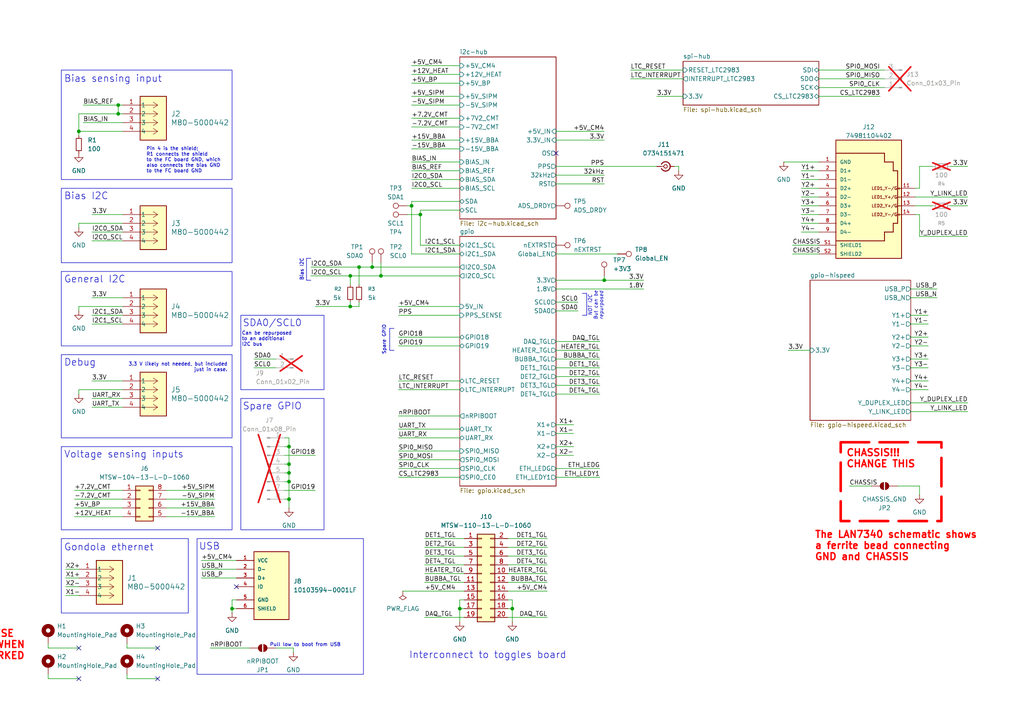
<source format=kicad_sch>
(kicad_sch (version 20250114) (generator "eeschema") (generator_version "9.0")
  (paper "A4")
  (title_block (title "Flight Computer Carrier") (date "2025-12-08") (rev "0.1"))
  (lib_symbols
    (symbol "Connector:Conn_01x02_Pin" (pin_names (offset 1.016) (hide yes))
      (property "Reference" "J" (at 0 2.54 0))
      (property "Value" "Conn_01x02_Pin" (at 0 -5.08 0))
      (symbol "Conn_01x02_Pin_1_1"
        (pin passive line (at 5.08 0 180) (length 3.81) (name "Pin_1") (number "1"))
        (pin passive line (at 5.08 -2.54 180) (length 3.81) (name "Pin_2") (number "2"))
      )
    )
    (symbol "Connector:Conn_01x03_Pin" (pin_names (offset 1.016) (hide yes))
      (property "Reference" "J" (at 0 5.08 0))
      (property "Value" "Conn_01x03_Pin" (at 0 -5.08 0))
      (symbol "Conn_01x03_Pin_1_1"
        (pin passive line (at 5.08 2.54 180) (length 3.81) (name "Pin_1") (number "1"))
        (pin passive line (at 5.08 0 180) (length 3.81) (name "Pin_2") (number "2"))
        (pin passive line (at 5.08 -2.54 180) (length 3.81) (name "Pin_3") (number "3"))
      )
    )
    (symbol "Connector:Conn_01x08_Pin" (pin_names (offset 1.016) (hide yes))
      (property "Reference" "J" (at 0 10.16 0))
      (property "Value" "Conn_01x08_Pin" (at 0 -12.7 0))
      (symbol "Conn_01x08_Pin_1_1"
        (pin passive line (at 5.08 7.62 180) (length 3.81) (name "Pin_1") (number "1"))
        (pin passive line (at 5.08 5.08 180) (length 3.81) (name "Pin_2") (number "2"))
        (pin passive line (at 5.08 2.54 180) (length 3.81) (name "Pin_3") (number "3"))
        (pin passive line (at 5.08 0 180) (length 3.81) (name "Pin_4") (number "4"))
        (pin passive line (at 5.08 -2.54 180) (length 3.81) (name "Pin_5") (number "5"))
        (pin passive line (at 5.08 -5.08 180) (length 3.81) (name "Pin_6") (number "6"))
        (pin passive line (at 5.08 -7.62 180) (length 3.81) (name "Pin_7") (number "7"))
        (pin passive line (at 5.08 -10.16 180) (length 3.81) (name "Pin_8") (number "8"))
      )
    )
    (symbol "Connector:Conn_Coaxial_Small" (pin_numbers (hide yes)) (pin_names (offset 1.016) (hide yes))
      (property "Reference" "J" (at 0.254 3.048 0))
      (property "Value" "Conn_Coaxial_Small" (at 0 -3.81 0))
      (symbol "Conn_Coaxial_Small_1_1"
        (pin passive line (at -2.54 0 0) (length 1.27) (name "In") (number "1"))
        (pin passive line (at 2.54 0 180) (length 1.27) (name "Ext") (number "2"))
      )
    )
    (symbol "Connector_Generic:Conn_02x04_Counter_Clockwise" (pin_names (offset 1.016) (hide yes))
      (property "Reference" "J" (at 1.27 5.08 0))
      (property "Value" "Conn_02x04_Counter_Clockwise" (at 1.27 -7.62 0))
      (symbol "Conn_02x04_Counter_Clockwise_1_1"
        (pin passive line (at -5.08 2.54 0) (length 3.81) (name "Pin_1") (number "1"))
        (pin passive line (at -5.08 0 0) (length 3.81) (name "Pin_2") (number "2"))
        (pin passive line (at -5.08 -2.54 0) (length 3.81) (name "Pin_3") (number "3"))
        (pin passive line (at -5.08 -5.08 0) (length 3.81) (name "Pin_4") (number "4"))
        (pin passive line (at 7.62 2.54 180) (length 3.81) (name "Pin_8") (number "8"))
        (pin passive line (at 7.62 0 180) (length 3.81) (name "Pin_7") (number "7"))
        (pin passive line (at 7.62 -2.54 180) (length 3.81) (name "Pin_6") (number "6"))
        (pin passive line (at 7.62 -5.08 180) (length 3.81) (name "Pin_5") (number "5"))
      )
    )
    (symbol "Connector_Generic:Conn_02x10_Odd_Even" (pin_names (offset 1.016) (hide yes))
      (property "Reference" "J" (at 1.27 12.7 0))
      (property "Value" "Conn_02x10_Odd_Even" (at 1.27 -15.24 0))
      (symbol "Conn_02x10_Odd_Even_1_1"
        (pin passive line (at -5.08 10.16 0) (length 3.81) (name "Pin_1") (number "1"))
        (pin passive line (at -5.08 7.62 0) (length 3.81) (name "Pin_3") (number "3"))
        (pin passive line (at -5.08 5.08 0) (length 3.81) (name "Pin_5") (number "5"))
        (pin passive line (at -5.08 2.54 0) (length 3.81) (name "Pin_7") (number "7"))
        (pin passive line (at -5.08 0 0) (length 3.81) (name "Pin_9") (number "9"))
        (pin passive line (at -5.08 -2.54 0) (length 3.81) (name "Pin_11") (number "11"))
        (pin passive line (at -5.08 -5.08 0) (length 3.81) (name "Pin_13") (number "13"))
        (pin passive line (at -5.08 -7.62 0) (length 3.81) (name "Pin_15") (number "15"))
        (pin passive line (at -5.08 -10.16 0) (length 3.81) (name "Pin_17") (number "17"))
        (pin passive line (at -5.08 -12.7 0) (length 3.81) (name "Pin_19") (number "19"))
        (pin passive line (at 7.62 10.16 180) (length 3.81) (name "Pin_2") (number "2"))
        (pin passive line (at 7.62 7.62 180) (length 3.81) (name "Pin_4") (number "4"))
        (pin passive line (at 7.62 5.08 180) (length 3.81) (name "Pin_6") (number "6"))
        (pin passive line (at 7.62 2.54 180) (length 3.81) (name "Pin_8") (number "8"))
        (pin passive line (at 7.62 0 180) (length 3.81) (name "Pin_10") (number "10"))
        (pin passive line (at 7.62 -2.54 180) (length 3.81) (name "Pin_12") (number "12"))
        (pin passive line (at 7.62 -5.08 180) (length 3.81) (name "Pin_14") (number "14"))
        (pin passive line (at 7.62 -7.62 180) (length 3.81) (name "Pin_16") (number "16"))
        (pin passive line (at 7.62 -10.16 180) (length 3.81) (name "Pin_18") (number "18"))
        (pin passive line (at 7.62 -12.7 180) (length 3.81) (name "Pin_20") (number "20"))
      )
    )
    (symbol "Device:R_Small" (pin_numbers (hide yes)) (pin_names (offset 0.254) (hide yes))
      (property "Reference" "R" (at 0 0 90))
      (property "Value" "R_Small" (at 1.778 0 90))
      (symbol "R_Small_1_1"
        (pin passive line (at 0 2.54 270) (length 0.762) (name "~") (number "1"))
        (pin passive line (at 0 -2.54 90) (length 0.762) (name "~") (number "2"))
      )
    )
    (symbol "Jumper:SolderJumper_2_Open" (pin_numbers (hide yes)) (pin_names (offset 0) (hide yes)) (in_bom no)
      (property "Reference" "JP" (at 0 2.032 0))
      (property "Value" "SolderJumper_2_Open" (at 0 -2.54 0))
      (symbol "SolderJumper_2_Open_1_1"
        (pin passive line (at -3.81 0 0) (length 2.54) (name "A") (number "1"))
        (pin passive line (at 3.81 0 180) (length 2.54) (name "B") (number "2"))
      )
    )
    (symbol "MountingHole_Pad_1" (pin_numbers (hide yes)) (pin_names (offset 1.016) (hide yes)) (in_bom no)
      (property "Reference" "H" (at 0 6.35 0))
      (property "Value" "MountingHole_Pad" (at 0 4.445 0))
      (symbol "MountingHole_Pad_1_1_1"
        (pin input line (at 0 -2.54 90) (length 2.54) (name "1") (number "1"))
      )
    )
    (symbol "fc-board:10103594-0001LF" (pin_names (offset 1.016))
      (property "Reference" "J" (at 0 11.176 0))
      (property "Value" "10103594-0001LF" (at 0 -12.192 0))
      (symbol "10103594-0001LF_0_0"
        (pin power_in line (at -10.16 7.62 0) (length 5.08) (name "VCC") (number "1"))
        (pin bidirectional line (at -10.16 5.08 0) (length 5.08) (name "D-") (number "2"))
        (pin bidirectional line (at -10.16 2.54 0) (length 5.08) (name "D+") (number "3"))
        (pin bidirectional line (at -10.16 0 0) (length 5.08) (name "ID") (number "4"))
        (pin power_in line (at -10.16 -3.81 0) (length 5.08) (name "GND") (number "5"))
        (pin passive line (at -10.16 -6.35 0) (length 5.08) (name "SHIELD") (number "6"))
      )
    )
    (symbol "fc-board:74981104402" (pin_names (offset 1.016))
      (property "Reference" "J" (at 0 17.018 0))
      (property "Value" "74981104402" (at 0 19.558 0))
      (symbol "74981104402_0_0"
        (text "LED1_Y-/G+" (at 2.54 2.54 0) (effects (font (size 0.8636 0.8636)) (justify left)))
        (text "LED1_Y+/G-" (at 2.54 0 0) (effects (font (size 0.8636 0.8636)) (justify left)))
        (text "LED2_Y+/G-" (at 2.54 -2.54 0) (effects (font (size 0.8636 0.8636)) (justify left)))
        (text "LED2_Y-/G+" (at 2.54 -5.08 0) (effects (font (size 0.8636 0.8636)) (justify left)))
        (pin passive line (at -12.7 10.16 0) (length 5.08) (name "GND") (number "1"))
        (pin passive line (at -12.7 7.62 0) (length 5.08) (name "D1+") (number "2"))
        (pin passive line (at -12.7 5.08 0) (length 5.08) (name "D1-") (number "3"))
        (pin passive line (at -12.7 2.54 0) (length 5.08) (name "D2+") (number "4"))
        (pin passive line (at -12.7 0 0) (length 5.08) (name "D2-") (number "5"))
        (pin passive line (at -12.7 -2.54 0) (length 5.08) (name "D3+") (number "6"))
        (pin passive line (at -12.7 -5.08 0) (length 5.08) (name "D3-") (number "7"))
        (pin passive line (at -12.7 -7.62 0) (length 5.08) (name "D4+") (number "8"))
        (pin passive line (at -12.7 -10.16 0) (length 5.08) (name "D4-") (number "9"))
        (pin passive line (at -12.7 -13.97 0) (length 5.08) (name "SHIELD1") (number "S1"))
        (pin passive line (at -12.7 -16.51 0) (length 5.08) (name "SHIELD2") (number "S2"))
        (pin passive line (at 15.24 2.54 180) (length 5.08) (name "~") (number "11"))
        (pin passive line (at 15.24 0 180) (length 5.08) (name "~") (number "12"))
        (pin passive line (at 15.24 -2.54 180) (length 5.08) (name "~") (number "13"))
        (pin passive line (at 15.24 -5.08 180) (length 5.08) (name "~") (number "14"))
      )
      (symbol "74981104402_1_0"
        (pin no_connect line (at 2.54 -22.86 90) (length 5.08) (hide yes) (name "NC") (number "10"))
      )
    )
    (symbol "fc-board:M80-5000442" (pin_names (offset 0.254))
      (property "Reference" "J" (at 8.89 6.35 0))
      (property "Value" "M80-5000442" (at 8.89 3.81 0))
      (symbol "M80-5000442_1_1"
        (pin passive line (at 0 0 0) (length 5.08) (name "1") (number "1"))
        (pin passive line (at 0 -2.54 0) (length 5.08) (name "2") (number "2"))
        (pin passive line (at 0 -5.08 0) (length 5.08) (name "3") (number "3"))
        (pin passive line (at 0 -7.62 0) (length 5.08) (name "4") (number "4"))
        (pin no_connect line (at 7.62 -12.7 90) (length 2.54) (hide yes) (name "5") (number "5"))
        (pin no_connect line (at 10.16 -12.7 90) (length 2.54) (hide yes) (name "6") (number "6"))
      )
      (symbol "M80-5000442_1_2"
        (pin unspecified line (at 0 0 0) (length 5.08) (name "1") (number "1"))
        (pin unspecified line (at 0 -2.54 0) (length 5.08) (name "2") (number "2"))
        (pin unspecified line (at 0 -5.08 0) (length 5.08) (name "3") (number "3"))
        (pin unspecified line (at 0 -7.62 0) (length 5.08) (name "4") (number "4"))
      )
    )
    (symbol "fc-board:TestPoint" (pin_numbers (hide yes)) (pin_names (offset 0.762) (hide yes)) (in_bom no)
      (property "Reference" "TP" (at 0 6.858 0))
      (property "Value" "TestPoint" (at 0 5.08 0))
      (symbol "TestPoint_1_1"
        (pin passive line (at 0 0 90) (length 2.54) (name "1") (number "1"))
      )
    )
    (symbol "power:GND" (power) (pin_numbers (hide yes)) (pin_names (offset 0) (hide yes))
      (property "Value" "GND" (at 0 -3.81 0))
      (symbol "GND_1_1"
        (pin power_in line (at 0 0 270) (length 0) (name "~") (number "1"))
      )
    )
    (symbol "power:PWR_FLAG" (power) (pin_numbers (hide yes)) (pin_names (offset 0) (hide yes))
      (property "Value" "PWR_FLAG" (at 0 3.81 0))
      (symbol "PWR_FLAG_0_0"
        (pin power_out line (at 0 0 90) (length 0) (name "~") (number "1"))
      )
    )
  )
  (rectangle (start 69.85 115.57) (end 93.98 153.67))
  (rectangle (start 17.78 78.74) (end 67.31 100.33))
  (rectangle (start 17.78 54.61) (end 67.31 76.2))
  (rectangle (start 17.78 156.21) (end 54.61 177.8))
  (rectangle (start 17.78 129.54) (end 67.31 153.67))
  (rectangle (start 17.78 20.32) (end 67.31 52.07))
  (rectangle (start 17.78 102.87) (end 67.31 127))
  (rectangle (start 57.15 156.21) (end 105.41 195.58))
  (rectangle (start 243.84 128.27) (end 273.05 151.13) (stroke (width 0.75) (type dash) (color 255 0 0 1)))
  (rectangle (start 69.85 91.44) (end 93.98 113.03))
  (text "SDA0/SCL0" (at 70.358 94.996 0) (effects (font (size 2 2)) (justify left bottom)))
  (text "CHASSIS!!!\nCHANGE THIS" (at 245.364 135.89 0) (effects (font (size 2 2) (thickness 0.4) (bold yes)) (justify left bottom)))
  (text "CONNECT THESE\nTO CHASSIS WHEN\nBOARD REWORKED" (at -20.574 191.516 0) (effects (font (size 2 2) (thickness 0.4) (bold yes)) (justify left bottom)))
  (text "Bias I2C" (at 18.542 58.166 0) (effects (font (size 2 2)) (justify left bottom)))
  (text "USB" (at 57.658 159.766 0) (effects (font (size 2 2)) (justify left bottom)))
  (text "General I2C" (at 18.542 82.296 0) (effects (font (size 2 2)) (justify left bottom)))
  (text "NOT I2C\nBut can be\nrepurposed" (at 175.006 88.646 90) (effects (font (size 1 1) (thickness 0.125) (italic yes)) (justify bottom)))
  (text "Gondola ethernet" (at 18.542 160.02 0) (effects (font (size 2 2)) (justify left bottom)))
  (text "Pin 4 is the shield;\nR1 connects the shield\nto the FC board GND, which\nalso connects the bias GND\nto the FC board GND" (at 42.418 50.292 0) (effects (font (size 1 1)) (justify left bottom)))
  (text "Voltage sensing inputs" (at 18.542 133.096 0) (effects (font (size 2 2)) (justify left bottom)))
  (text "Decoupling capacitors for power input?" (at 305.054 24.638 0) (effects (font (size 2 2)) (justify left bottom)))
  (text "Spare GPIO" (at 70.358 119.126 0) (effects (font (size 2 2)) (justify left bottom)))
  (text "The LAN7340 schematic shows\na ferrite bead connecting\nGND and CHASSIS" (at 236.22 162.814 0) (effects (font (size 2 2) (thickness 0.4) (bold yes)) (justify left bottom)))
  (text "Debug" (at 18.542 106.426 0) (effects (font (size 2 2)) (justify left bottom)))
  (text "Spare GPIO" (at 112.014 94.234 90) (effects (font (size 1 1)) (justify right bottom)))
  (text "Can be repurposed\nto an additional\nI2C bus" (at 70.104 100.584 0) (effects (font (size 1 1)) (justify left bottom)))
  (text "3.3 V likely not needed, but included\njust in case." (at 66.04 107.95 0) (effects (font (size 1 1)) (justify right bottom)))
  (text "Interconnect to toggles board" (at 141.478 191.262 0) (effects (font (size 2 2)) (justify bottom)))
  (text "Bias sensing input" (at 18.542 24.13 0) (effects (font (size 2 2)) (justify left bottom)))
  (text "Bias I2C" (at 88.138 74.93 90) (effects (font (size 1 1)) (justify right bottom)))
  (text "Pull low to boot from USB" (at 78.232 187.706 0) (effects (font (size 1 1)) (justify left bottom)))
  (junction (at 83.82 134.62))
  (junction (at 83.82 137.16))
  (junction (at 121.92 62.23))
  (junction (at 22.86 38.1))
  (junction (at 101.6 88.9))
  (junction (at 34.29 33.02))
  (junction (at 175.26 81.28))
  (junction (at 101.6 80.01))
  (junction (at 119.38 59.69))
  (junction (at 83.82 139.7))
  (junction (at 83.82 129.54))
  (junction (at 83.82 144.78))
  (junction (at 34.29 30.48))
  (junction (at 148.59 176.53))
  (junction (at 104.14 77.47))
  (junction (at 133.35 176.53))
  (junction (at 67.31 176.53))
  (junction (at 107.95 77.47))
  (junction (at 110.49 80.01))
  (no_connect (at 161.29 44.45))
  (no_connect (at 22.86 187.96))
  (no_connect (at 22.86 196.85))
  (no_connect (at 45.72 187.96))
  (no_connect (at 45.72 196.85))
  (no_connect (at 68.58 170.18))
  (wire (pts (xy 229.87 73.66) (xy 237.49 73.66)))
  (wire (pts (xy 161.29 81.28) (xy 175.26 81.28)))
  (wire (pts (xy 280.67 48.26) (xy 275.59 48.26)))
  (wire (pts (xy 82.55 129.54) (xy 83.82 129.54)))
  (wire (pts (xy 83.82 129.54) (xy 83.82 134.62)))
  (polyline (pts (xy 114.3 101.6) (xy 113.03 101.6)))
  (wire (pts (xy 26.67 67.31) (xy 35.56 67.31)))
  (wire (pts (xy 158.75 171.45) (xy 147.32 171.45)))
  (wire (pts (xy 161.29 132.08) (xy 166.37 132.08)))
  (wire (pts (xy 119.38 27.94) (xy 133.35 27.94)))
  (wire (pts (xy 123.19 161.29) (xy 134.62 161.29)))
  (wire (pts (xy 119.38 58.42) (xy 133.35 58.42)))
  (wire (pts (xy 60.96 187.96) (xy 72.39 187.96)))
  (wire (pts (xy 82.55 137.16) (xy 83.82 137.16)))
  (wire (pts (xy 158.75 163.83) (xy 147.32 163.83)))
  (wire (pts (xy 119.38 49.53) (xy 133.35 49.53)))
  (wire (pts (xy 62.23 149.86) (xy 48.26 149.86)))
  (wire (pts (xy 119.38 40.64) (xy 133.35 40.64)))
  (wire (pts (xy 133.35 176.53) (xy 133.35 180.34)))
  (wire (pts (xy 22.86 64.77) (xy 35.56 64.77)))
  (wire (pts (xy 237.49 20.32) (xy 256.54 20.32)))
  (wire (pts (xy 62.23 142.24) (xy 48.26 142.24)))
  (wire (pts (xy 35.56 69.85) (xy 26.67 69.85)))
  (wire (pts (xy 266.7 48.26) (xy 266.7 54.61)))
  (wire (pts (xy 22.86 113.03) (xy 35.56 113.03)))
  (wire (pts (xy 158.75 166.37) (xy 147.32 166.37)))
  (wire (pts (xy 26.67 110.49) (xy 35.56 110.49)))
  (wire (pts (xy 22.86 167.64) (xy 19.05 167.64)))
  (wire (pts (xy 123.19 156.21) (xy 134.62 156.21)))
  (wire (pts (xy 24.13 35.56) (xy 35.56 35.56)))
  (wire (pts (xy 83.82 129.54) (xy 83.82 127)))
  (wire (pts (xy 161.29 53.34) (xy 175.26 53.34)))
  (wire (pts (xy 148.59 176.53) (xy 148.59 180.34)))
  (wire (pts (xy 148.59 173.99) (xy 148.59 176.53)))
  (wire (pts (xy 175.26 80.01) (xy 175.26 81.28)))
  (wire (pts (xy 133.35 173.99) (xy 133.35 176.53)))
  (wire (pts (xy 196.85 48.26) (xy 196.85 49.53)))
  (wire (pts (xy 237.49 54.61) (xy 232.41 54.61)))
  (wire (pts (xy 26.67 62.23) (xy 35.56 62.23)))
  (polyline (pts (xy 90.17 74.93) (xy 88.9 74.93)))
  (wire (pts (xy 237.49 64.77) (xy 232.41 64.77)))
  (wire (pts (xy 175.26 81.28) (xy 186.69 81.28)))
  (wire (pts (xy 22.86 38.1) (xy 22.86 39.37)))
  (wire (pts (xy 161.29 138.43) (xy 173.99 138.43)))
  (wire (pts (xy 266.7 62.23) (xy 266.7 68.58)))
  (wire (pts (xy 161.29 99.06) (xy 173.99 99.06)))
  (wire (pts (xy 119.38 46.99) (xy 133.35 46.99)))
  (wire (pts (xy 229.87 71.12) (xy 237.49 71.12)))
  (polyline (pts (xy 168.91 85.09) (xy 170.18 85.09)))
  (wire (pts (xy 161.29 125.73) (xy 166.37 125.73)))
  (wire (pts (xy 237.49 25.4) (xy 256.54 25.4)))
  (wire (pts (xy 161.29 48.26) (xy 190.5 48.26)))
  (polyline (pts (xy 113.03 101.6) (xy 113.03 95.25)))
  (wire (pts (xy 118.11 62.23) (xy 121.92 62.23)))
  (wire (pts (xy 264.16 93.98) (xy 269.24 93.98)))
  (wire (pts (xy 246.38 140.97) (xy 252.73 140.97)))
  (wire (pts (xy 107.95 77.47) (xy 133.35 77.47)))
  (wire (pts (xy 115.57 138.43) (xy 133.35 138.43)))
  (wire (pts (xy 265.43 54.61) (xy 266.7 54.61)))
  (wire (pts (xy 101.6 80.01) (xy 101.6 82.55)))
  (wire (pts (xy 115.57 88.9) (xy 133.35 88.9)))
  (wire (pts (xy 264.16 100.33) (xy 269.24 100.33)))
  (wire (pts (xy 34.29 33.02) (xy 35.56 33.02)))
  (wire (pts (xy 22.86 165.1) (xy 19.05 165.1)))
  (wire (pts (xy 161.29 104.14) (xy 173.99 104.14)))
  (wire (pts (xy 264.16 97.79) (xy 269.24 97.79)))
  (wire (pts (xy 35.56 30.48) (xy 34.29 30.48)))
  (wire (pts (xy 82.55 139.7) (xy 83.82 139.7)))
  (wire (pts (xy 237.49 22.86) (xy 256.54 22.86)))
  (wire (pts (xy 133.35 176.53) (xy 134.62 176.53)))
  (wire (pts (xy 115.57 91.44) (xy 133.35 91.44)))
  (wire (pts (xy 21.59 147.32) (xy 35.56 147.32)))
  (wire (pts (xy 237.49 59.69) (xy 232.41 59.69)))
  (wire (pts (xy 36.83 196.85) (xy 45.72 196.85)))
  (wire (pts (xy 91.44 88.9) (xy 101.6 88.9)))
  (wire (pts (xy 147.32 179.07) (xy 158.75 179.07)))
  (wire (pts (xy 26.67 91.44) (xy 35.56 91.44)))
  (wire (pts (xy 73.66 106.68) (xy 80.01 106.68)))
  (wire (pts (xy 101.6 87.63) (xy 101.6 88.9)))
  (wire (pts (xy 161.29 111.76) (xy 173.99 111.76)))
  (wire (pts (xy 264.16 91.44) (xy 269.24 91.44)))
  (wire (pts (xy 115.57 130.81) (xy 133.35 130.81)))
  (wire (pts (xy 161.29 123.19) (xy 166.37 123.19)))
  (wire (pts (xy 237.49 57.15) (xy 232.41 57.15)))
  (wire (pts (xy 264.16 113.03) (xy 269.24 113.03)))
  (wire (pts (xy 158.75 158.75) (xy 147.32 158.75)))
  (wire (pts (xy 161.29 73.66) (xy 179.07 73.66)))
  (wire (pts (xy 22.86 114.3) (xy 22.86 113.03)))
  (wire (pts (xy 264.16 110.49) (xy 269.24 110.49)))
  (wire (pts (xy 148.59 173.99) (xy 147.32 173.99)))
  (wire (pts (xy 266.7 68.58) (xy 280.67 68.58)))
  (wire (pts (xy 121.92 62.23) (xy 121.92 71.12)))
  (wire (pts (xy 21.59 142.24) (xy 35.56 142.24)))
  (polyline (pts (xy 88.9 81.28) (xy 88.9 74.93)))
  (polyline (pts (xy 168.91 91.44) (xy 170.18 91.44)))
  (wire (pts (xy 119.38 43.18) (xy 133.35 43.18)))
  (wire (pts (xy 161.29 114.3) (xy 173.99 114.3)))
  (wire (pts (xy 119.38 21.59) (xy 133.35 21.59)))
  (wire (pts (xy 182.88 22.86) (xy 198.12 22.86)))
  (wire (pts (xy 118.11 59.69) (xy 119.38 59.69)))
  (wire (pts (xy 237.49 27.94) (xy 255.27 27.94)))
  (wire (pts (xy 34.29 30.48) (xy 34.29 33.02)))
  (wire (pts (xy 13.97 187.96) (xy 22.86 187.96)))
  (wire (pts (xy 36.83 187.96) (xy 45.72 187.96)))
  (wire (pts (xy 115.57 133.35) (xy 133.35 133.35)))
  (wire (pts (xy 265.43 57.15) (xy 280.67 57.15)))
  (wire (pts (xy 182.88 20.32) (xy 198.12 20.32)))
  (wire (pts (xy 190.5 27.94) (xy 198.12 27.94)))
  (wire (pts (xy 26.67 115.57) (xy 35.56 115.57)))
  (wire (pts (xy 58.42 162.56) (xy 68.58 162.56)))
  (wire (pts (xy 115.57 100.33) (xy 133.35 100.33)))
  (wire (pts (xy 67.31 176.53) (xy 67.31 173.99)))
  (wire (pts (xy 24.13 30.48) (xy 34.29 30.48)))
  (wire (pts (xy 121.92 60.96) (xy 133.35 60.96)))
  (wire (pts (xy 85.09 187.96) (xy 85.09 189.23)))
  (wire (pts (xy 35.56 93.98) (xy 26.67 93.98)))
  (wire (pts (xy 260.35 140.97) (xy 266.7 140.97)))
  (wire (pts (xy 133.35 120.65) (xy 115.57 120.65)))
  (wire (pts (xy 82.55 134.62) (xy 83.82 134.62)))
  (wire (pts (xy 101.6 88.9) (xy 104.14 88.9)))
  (wire (pts (xy 83.82 137.16) (xy 83.82 139.7)))
  (wire (pts (xy 264.16 119.38) (xy 280.67 119.38)))
  (wire (pts (xy 123.19 166.37) (xy 134.62 166.37)))
  (wire (pts (xy 21.59 144.78) (xy 35.56 144.78)))
  (wire (pts (xy 80.01 187.96) (xy 85.09 187.96)))
  (wire (pts (xy 90.17 80.01) (xy 101.6 80.01)))
  (wire (pts (xy 161.29 101.6) (xy 173.99 101.6)))
  (wire (pts (xy 119.38 19.05) (xy 133.35 19.05)))
  (wire (pts (xy 161.29 50.8) (xy 175.26 50.8)))
  (wire (pts (xy 115.57 124.46) (xy 133.35 124.46)))
  (wire (pts (xy 119.38 36.83) (xy 133.35 36.83)))
  (wire (pts (xy 161.29 129.54) (xy 166.37 129.54)))
  (wire (pts (xy 83.82 134.62) (xy 83.82 137.16)))
  (wire (pts (xy 36.83 195.58) (xy 36.83 196.85)))
  (wire (pts (xy 119.38 59.69) (xy 119.38 73.66)))
  (wire (pts (xy 82.55 144.78) (xy 83.82 144.78)))
  (wire (pts (xy 82.55 132.08) (xy 91.44 132.08)))
  (wire (pts (xy 110.49 76.2) (xy 110.49 80.01)))
  (wire (pts (xy 280.67 59.69) (xy 275.59 59.69)))
  (wire (pts (xy 22.86 66.04) (xy 22.86 64.77)))
  (polyline (pts (xy 113.03 95.25) (xy 114.3 95.25)))
  (wire (pts (xy 123.19 158.75) (xy 134.62 158.75)))
  (wire (pts (xy 121.92 71.12) (xy 133.35 71.12)))
  (wire (pts (xy 104.14 87.63) (xy 104.14 88.9)))
  (wire (pts (xy 35.56 38.1) (xy 22.86 38.1)))
  (wire (pts (xy 104.14 77.47) (xy 107.95 77.47)))
  (wire (pts (xy 26.67 118.11) (xy 35.56 118.11)))
  (wire (pts (xy 234.95 101.6) (xy 228.6 101.6)))
  (wire (pts (xy 90.17 77.47) (xy 104.14 77.47)))
  (wire (pts (xy 161.29 109.22) (xy 173.99 109.22)))
  (wire (pts (xy 161.29 38.1) (xy 175.26 38.1)))
  (wire (pts (xy 83.82 139.7) (xy 83.82 144.78)))
  (wire (pts (xy 266.7 140.97) (xy 266.7 143.51)))
  (wire (pts (xy 264.16 86.36) (xy 271.78 86.36)))
  (wire (pts (xy 123.19 163.83) (xy 134.62 163.83)))
  (wire (pts (xy 83.82 144.78) (xy 83.82 147.32)))
  (wire (pts (xy 161.29 135.89) (xy 173.99 135.89)))
  (wire (pts (xy 123.19 179.07) (xy 134.62 179.07)))
  (wire (pts (xy 264.16 116.84) (xy 280.67 116.84)))
  (wire (pts (xy 195.58 48.26) (xy 196.85 48.26)))
  (wire (pts (xy 115.57 97.79) (xy 133.35 97.79)))
  (wire (pts (xy 264.16 83.82) (xy 271.78 83.82)))
  (wire (pts (xy 26.67 86.36) (xy 35.56 86.36)))
  (wire (pts (xy 270.51 48.26) (xy 266.7 48.26)))
  (wire (pts (xy 148.59 176.53) (xy 147.32 176.53)))
  (wire (pts (xy 161.29 90.17) (xy 167.64 90.17)))
  (wire (pts (xy 161.29 106.68) (xy 173.99 106.68)))
  (wire (pts (xy 107.95 76.2) (xy 107.95 77.47)))
  (wire (pts (xy 237.49 62.23) (xy 232.41 62.23)))
  (wire (pts (xy 62.23 144.78) (xy 48.26 144.78)))
  (wire (pts (xy 104.14 77.47) (xy 104.14 82.55)))
  (wire (pts (xy 237.49 49.53) (xy 232.41 49.53)))
  (wire (pts (xy 101.6 80.01) (xy 110.49 80.01)))
  (wire (pts (xy 115.57 110.49) (xy 133.35 110.49)))
  (wire (pts (xy 110.49 80.01) (xy 133.35 80.01)))
  (wire (pts (xy 119.38 73.66) (xy 133.35 73.66)))
  (wire (pts (xy 13.97 186.69) (xy 13.97 187.96)))
  (wire (pts (xy 133.35 173.99) (xy 134.62 173.99)))
  (wire (pts (xy 22.86 33.02) (xy 34.29 33.02)))
  (wire (pts (xy 73.66 104.14) (xy 80.01 104.14)))
  (wire (pts (xy 264.16 106.68) (xy 269.24 106.68)))
  (wire (pts (xy 19.05 170.18) (xy 22.86 170.18)))
  (wire (pts (xy 68.58 176.53) (xy 67.31 176.53)))
  (wire (pts (xy 67.31 176.53) (xy 67.31 177.8)))
  (wire (pts (xy 62.23 147.32) (xy 48.26 147.32)))
  (wire (pts (xy 265.43 59.69) (xy 270.51 59.69)))
  (wire (pts (xy 119.38 30.48) (xy 133.35 30.48)))
  (wire (pts (xy 22.86 90.17) (xy 22.86 88.9)))
  (wire (pts (xy 119.38 52.07) (xy 133.35 52.07)))
  (wire (pts (xy 161.29 87.63) (xy 167.64 87.63)))
  (wire (pts (xy 121.92 60.96) (xy 121.92 62.23)))
  (wire (pts (xy 13.97 196.85) (xy 22.86 196.85)))
  (wire (pts (xy 115.57 127) (xy 133.35 127)))
  (wire (pts (xy 19.05 172.72) (xy 22.86 172.72)))
  (polyline (pts (xy 170.18 91.44) (xy 170.18 85.09)))
  (wire (pts (xy 13.97 195.58) (xy 13.97 196.85)))
  (wire (pts (xy 67.31 173.99) (xy 68.58 173.99)))
  (wire (pts (xy 158.75 161.29) (xy 147.32 161.29)))
  (wire (pts (xy 22.86 38.1) (xy 22.86 33.02)))
  (wire (pts (xy 82.55 142.24) (xy 91.44 142.24)))
  (polyline (pts (xy 90.17 81.28) (xy 88.9 81.28)))
  (wire (pts (xy 264.16 104.14) (xy 269.24 104.14)))
  (wire (pts (xy 237.49 52.07) (xy 232.41 52.07)))
  (wire (pts (xy 265.43 62.23) (xy 266.7 62.23)))
  (wire (pts (xy 58.42 167.64) (xy 68.58 167.64)))
  (wire (pts (xy 115.57 113.03) (xy 133.35 113.03)))
  (wire (pts (xy 158.75 168.91) (xy 147.32 168.91)))
  (wire (pts (xy 116.84 171.45) (xy 134.62 171.45)))
  (wire (pts (xy 186.69 83.82) (xy 161.29 83.82)))
  (wire (pts (xy 237.49 67.31) (xy 232.41 67.31)))
  (wire (pts (xy 115.57 135.89) (xy 133.35 135.89)))
  (wire (pts (xy 119.38 54.61) (xy 133.35 54.61)))
  (wire (pts (xy 21.59 149.86) (xy 35.56 149.86)))
  (wire (pts (xy 82.55 127) (xy 83.82 127)))
  (wire (pts (xy 22.86 88.9) (xy 35.56 88.9)))
  (wire (pts (xy 36.83 186.69) (xy 36.83 187.96)))
  (wire (pts (xy 237.49 46.99) (xy 227.33 46.99)))
  (wire (pts (xy 58.42 165.1) (xy 68.58 165.1)))
  (wire (pts (xy 161.29 40.64) (xy 175.26 40.64)))
  (wire (pts (xy 119.38 24.13) (xy 133.35 24.13)))
  (wire (pts (xy 119.38 34.29) (xy 133.35 34.29)))
  (wire (pts (xy 119.38 59.69) (xy 119.38 58.42)))
  (wire (pts (xy 158.75 156.21) (xy 147.32 156.21)))
  (wire (pts (xy 123.19 168.91) (xy 134.62 168.91)))
  (label "Y_DUPLEX_LED" (at 280.67 116.84 180))
  (label "DET1_TGL" (at 123.19 156.21 0))
  (label "Y3+" (at 232.41 59.69 0))
  (label "DET3_TGL" (at 173.99 111.76 180))
  (label "I2C0_SDA" (at 26.67 67.31 0))
  (label "UART_RX" (at 115.57 127 0))
  (label "1.8V" (at 186.69 83.82 180))
  (label "Y1+" (at 269.24 91.44 180))
  (label "RST" (at 175.26 53.34 180))
  (label "BUBBA_TGL" (at 158.75 168.91 180))
  (label "Y1-" (at 269.24 93.98 180))
  (label "+5V_BP" (at 21.59 147.32 0))
  (label "-7.2V_CMT" (at 119.38 36.83 0))
  (label "CHASSIS" (at 229.87 73.66 0))
  (label "Y_LINK_LED" (at 280.67 119.38 180))
  (label "Y_LINK_LED" (at 280.67 57.15 180))
  (label "X1+" (at 19.05 167.64 0))
  (label "nRPIBOOT" (at 60.96 187.96 0))
  (label "I2C1_SCL" (at 123.19 71.12 0))
  (label "BUBBA_TGL" (at 173.99 104.14 180))
  (label "+15V_BBA" (at 119.38 40.64 0))
  (label "-15V_BBA" (at 62.23 149.86 180))
  (label "SDA0" (at 73.66 104.14 0))
  (label "BIAS_IN" (at 119.38 46.99 0))
  (label "3.3V" (at 280.67 59.69 180))
  (label "X2-" (at 166.37 132.08 180))
  (label "LTC_INTERRUPT" (at 182.88 22.86 0))
  (label "Y3-" (at 269.24 106.68 180))
  (label "I2C0_SCL" (at 90.17 80.01 0))
  (label "Y2-" (at 232.41 57.15 0))
  (label "-15V_BBA" (at 119.38 43.18 0))
  (label "I2C0_SCL" (at 119.38 54.61 0))
  (label "I2C1_SDA" (at 26.67 91.44 0))
  (label "LTC_RESET" (at 182.88 20.32 0))
  (label "3.3V" (at 175.26 40.64 180))
  (label "SPI0_MOSI" (at 115.57 133.35 0))
  (label "USB_N" (at 271.78 86.36 180))
  (label "USB_N" (at 58.42 165.1 0))
  (label "SPI0_CLK" (at 255.27 25.4 180))
  (label "+5V_CM4" (at 119.38 19.05 0))
  (label "UART_TX" (at 26.67 118.11 0))
  (label "Y2-" (at 269.24 100.33 180))
  (label "X1-" (at 19.05 172.72 0))
  (label "3.3V" (at 280.67 48.26 180))
  (label "Y_DUPLEX_LED" (at 280.67 68.58 180))
  (label "Y4+" (at 269.24 110.49 180))
  (label "3.3V" (at 26.67 86.36 0))
  (label "GPIO19" (at 115.57 100.33 0))
  (label "+12V_HEAT" (at 119.38 21.59 0))
  (label "+5V_CM4" (at 115.57 88.9 0))
  (label "ETH_LEDY1" (at 173.99 138.43 180))
  (label "CS_LTC2983" (at 115.57 138.43 0))
  (label "3.3V" (at 228.6 101.6 0))
  (label "UART_RX" (at 26.67 115.57 0))
  (label "LTC_RESET" (at 115.57 110.49 0))
  (label "SPI0_MISO" (at 255.27 22.86 180))
  (label "Y4+" (at 232.41 64.77 0))
  (label "USB_P" (at 271.78 83.82 180))
  (label "+5V_SIPM" (at 62.23 142.24 180))
  (label "+5V_SIPM" (at 119.38 27.94 0))
  (label "CHASSIS" (at 229.87 71.12 0))
  (label "3.3V" (at 26.67 62.23 0))
  (label "Y1-" (at 232.41 52.07 0))
  (label "nRPIBOOT" (at 115.57 120.65 0))
  (label "GPIO18" (at 91.44 132.08 180))
  (label "-5V_SIPM" (at 119.38 30.48 0))
  (label "DET4_TGL" (at 158.75 163.83 180))
  (label "Y1+" (at 232.41 49.53 0))
  (label "+12V_HEAT" (at 21.59 149.86 0))
  (label "GPIO18" (at 115.57 97.79 0))
  (label "PPS" (at 115.57 91.44 0))
  (label "X1-" (at 166.37 125.73 180))
  (label "+5V_CM4" (at 123.19 171.45 0))
  (label "I2C1_SDA" (at 123.19 73.66 0))
  (label "Y3+" (at 269.24 104.14 180))
  (label "-5V_SIPM" (at 62.23 144.78 180))
  (label "BIAS_REF" (at 24.13 30.48 0))
  (label "CHASSIS" (at 246.38 140.97 0))
  (label "SCL0" (at 167.64 87.63 180))
  (label "GPIO19" (at 91.44 142.24 180))
  (label "Y4-" (at 232.41 67.31 0))
  (label "SPI0_MISO" (at 115.57 130.81 0))
  (label "SPI0_MOSI" (at 255.27 20.32 180))
  (label "ETH_LEDG" (at 173.99 135.89 180))
  (label "3.3V" (at 26.67 110.49 0))
  (label "I2C0_SDA" (at 90.17 77.47 0))
  (label "USB_P" (at 58.42 167.64 0))
  (label "BIAS_REF" (at 119.38 49.53 0))
  (label "DET2_TGL" (at 158.75 158.75 180))
  (label "CS_LTC2983" (at 255.27 27.94 180))
  (label "DET1_TGL" (at 158.75 156.21 180))
  (label "BUBBA_TGL" (at 123.19 168.91 0))
  (label "+15V_BBA" (at 62.23 147.32 180))
  (label "DET2_TGL" (at 123.19 158.75 0))
  (label "DET3_TGL" (at 123.19 161.29 0))
  (label "LTC_INTERRUPT" (at 115.57 113.03 0))
  (label "DET2_TGL" (at 173.99 109.22 180))
  (label "SCL0" (at 73.66 106.68 0))
  (label "3.3V" (at 91.44 88.9 0))
  (label "+7.2V_CMT" (at 119.38 34.29 0))
  (label "I2C1_SCL" (at 26.67 93.98 0))
  (label "Y2+" (at 232.41 54.61 0))
  (label "X2-" (at 19.05 170.18 0))
  (label "Y2+" (at 269.24 97.79 180))
  (label "DAQ_TGL" (at 123.19 179.07 0))
  (label "3.3V" (at 186.69 81.28 180))
  (label "DAQ_TGL" (at 173.99 99.06 180))
  (label "I2C0_SCL" (at 26.67 69.85 0))
  (label "-7.2V_CMT" (at 21.59 144.78 0))
  (label "HEATER_TGL" (at 173.99 101.6 180))
  (label "X2+" (at 19.05 165.1 0))
  (label "HEATER_TGL" (at 158.75 166.37 180))
  (label "+7.2V_CMT" (at 21.59 142.24 0))
  (label "UART_TX" (at 115.57 124.46 0))
  (label "3.3V" (at 190.5 27.94 0))
  (label "HEATER_TGL" (at 123.19 166.37 0))
  (label "DET4_TGL" (at 123.19 163.83 0))
  (label "PPS" (at 175.26 48.26 180))
  (label "I2C0_SDA" (at 119.38 52.07 0))
  (label "DET1_TGL" (at 173.99 106.68 180))
  (label "X1+" (at 166.37 123.19 180))
  (label "+5V_CM4" (at 158.75 171.45 180))
  (label "DET4_TGL" (at 173.99 114.3 180))
  (label "BIAS_IN" (at 24.13 35.56 0))
  (label "+5V_CM4" (at 175.26 38.1 180))
  (label "+5V_BP" (at 119.38 24.13 0))
  (label "+5V_CM4" (at 58.42 162.56 0))
  (label "DET3_TGL" (at 158.75 161.29 180))
  (label "SDA0" (at 167.64 90.17 180))
  (label "X2+" (at 166.37 129.54 180))
  (label "DAQ_TGL" (at 158.75 179.07 180))
  (label "Y3-" (at 232.41 62.23 0))
  (label "SPI0_CLK" (at 115.57 135.89 0))
  (label "Y4-" (at 269.24 113.03 180))
  (label "32kHz" (at 175.26 50.8 180))
  (symbol (lib_name "MountingHole_Pad_1") (lib_id "Mechanical:MountingHole_Pad") (at 13.97 184.15 0) (unit 1) (in_bom no)
    (property "Reference" "H1" (at 16.51 181.6099 0) (effects (justify left)))
    (property "Value" "MountingHole_Pad" (at 16.51 184.1499 0) (effects (justify left)))
    (property "Footprint" "MountingHole:MountingHole_3.2mm_M3_Pad" (effects (hide yes)))
    (property "Description" "Mounting Hole with connection" (effects (hide yes)))
  )
  (symbol (lib_id "fc-board:TestPoint") (at 175.26 80.01 0) (mirror y) (unit 1) (in_bom no)
    (property "Reference" "TP7" (at 177.8 75.4379 0) (effects (justify right)))
    (property "Value" "+3V3" (at 177.8 77.9779 0) (effects (justify right)))
    (property "Footprint" "fc-board:TestPoint_THTPad_D2.0mm_Drill1.0mm_JLCrules" (effects (hide yes)))
    (property "Description" "test point" (effects (hide yes)))
  )
  (symbol (lib_id "fc-board:M80-5000442") (at 35.56 86.36 0) (unit 1)
    (property "Reference" "J4" (at 49.53 88.8999 0) (effects (font (size 1.524 1.524)) (justify left)))
    (property "Value" "M80-5000442" (at 49.53 91.4399 0) (effects (font (size 1.524 1.524)) (justify left)))
    (property "Footprint" "fc-board:M80_5000442" (effects (hide yes)))
    (property "Datasheet" "https://content.harwin.com/m/840c8787ebc80e9c/original/PD004-Product-Datasheet-Datamate-range-signal-connectors-HRi.pdf" (effects (hide yes)))
    (property "Description" "M80-5000442" (effects (hide yes)))
  )
  (symbol (lib_id "Device:R_Small") (at 273.05 59.69 270) (unit 1) (in_bom no) (dnp yes)
    (property "Reference" "R5" (at 273.05 64.77 90) (effects (font (size 1.016 1.016))))
    (property "Value" "100" (at 273.05 62.23 90))
    (property "Footprint" "Resistor_SMD:R_1206_3216Metric" (effects (hide yes)))
    (property "Datasheet" "https://industrial.panasonic.com/cdbs/www-data/pdf/RDM0000/AOA0000C307.pdf" (effects (hide yes)))
    (property "Description" "ERA-8AEB331V" (effects (hide yes)))
  )
  (symbol (lib_id "power:GND") (at 22.86 66.04 0) (unit 1)
    (property "Reference" "#PWR02" (effects (hide yes)))
    (property "Value" "GND" (at 22.86 71.12 0))
    (property "Description" "Power symbol creates a global label with name \"GND\" , ground" (effects (hide yes)))
  )
  (symbol (lib_id "power:GND") (at 22.86 90.17 0) (unit 1)
    (property "Reference" "#PWR03" (effects (hide yes)))
    (property "Value" "GND" (at 22.86 95.25 0))
    (property "Description" "Power symbol creates a global label with name \"GND\" , ground" (effects (hide yes)))
  )
  (symbol (lib_id "power:GND") (at 83.82 147.32 0) (unit 1)
    (property "Reference" "#PWR06" (effects (hide yes)))
    (property "Value" "GND" (at 83.82 152.4 0))
    (property "Description" "Power symbol creates a global label with name \"GND\" , ground" (effects (hide yes)))
  )
  (symbol (lib_id "fc-board:M80-5000442") (at 35.56 30.48 0) (unit 1)
    (property "Reference" "J2" (at 49.53 33.0199 0) (effects (font (size 1.524 1.524)) (justify left)))
    (property "Value" "M80-5000442" (at 49.53 35.5599 0) (effects (font (size 1.524 1.524)) (justify left)))
    (property "Footprint" "fc-board:M80_5000442" (effects (hide yes)))
    (property "Datasheet" "https://content.harwin.com/m/840c8787ebc80e9c/original/PD004-Product-Datasheet-Datamate-range-signal-connectors-HRi.pdf" (effects (hide yes)))
    (property "Description" "M80-5000442" (effects (hide yes)))
  )
  (symbol (lib_id "power:GND") (at 67.31 177.8 0) (unit 1)
    (property "Reference" "#PWR05" (effects (hide yes)))
    (property "Value" "GND" (at 67.31 182.88 0))
    (property "Description" "Power symbol creates a global label with name \"GND\" , ground" (effects (hide yes)))
  )
  (symbol (lib_id "power:GND") (at 22.86 44.45 0) (unit 1)
    (property "Reference" "#PWR01" (effects (hide yes)))
    (property "Value" "GND" (at 22.86 49.53 0))
    (property "Description" "Power symbol creates a global label with name \"GND\" , ground" (effects (hide yes)))
  )
  (symbol (lib_id "fc-board:M80-5000442") (at 22.86 165.1 0) (unit 1)
    (property "Reference" "J1" (at 36.83 167.6399 0) (effects (font (size 1.524 1.524)) (justify left)))
    (property "Value" "M80-5000442" (at 36.83 170.1799 0) (effects (font (size 1.524 1.524)) (justify left)))
    (property "Footprint" "fc-board:M80_5000442" (effects (hide yes)))
    (property "Datasheet" "https://content.harwin.com/m/840c8787ebc80e9c/original/PD004-Product-Datasheet-Datamate-range-signal-connectors-HRi.pdf" (effects (hide yes)))
    (property "Description" "M80-5000442" (effects (hide yes)))
  )
  (symbol (lib_id "power:GND") (at 227.33 46.99 0) (unit 1)
    (property "Reference" "#PWR011" (effects (hide yes)))
    (property "Value" "GND" (at 227.33 52.07 0))
    (property "Description" "Power symbol creates a global label with name \"GND\" , ground" (effects (hide yes)))
  )
  (symbol (lib_id "power:PWR_FLAG") (at 116.84 171.45 180) (unit 1)
    (property "Reference" "#FLG01" (effects (hide yes)))
    (property "Value" "PWR_FLAG" (at 116.84 176.53 0))
    (property "Description" "Special symbol for telling ERC where power comes from" (effects (hide yes)))
  )
  (symbol (lib_id "Jumper:SolderJumper_2_Open") (at 76.2 187.96 0) (mirror x) (unit 1) (in_bom no)
    (property "Reference" "JP1" (at 76.2 194.31 0))
    (property "Value" "nRPIBOOT" (at 76.2 191.77 0))
    (property "Footprint" "Jumper:SolderJumper-2_P1.3mm_Open_Pad1.0x1.5mm" (effects (hide yes)))
    (property "Description" "Solder Jumper, 2-pole, open" (effects (hide yes)))
  )
  (symbol (lib_id "Connector:Conn_01x08_Pin") (at 77.47 134.62 0) (unit 1) (in_bom no) (dnp yes)
    (property "Reference" "J7" (at 78.105 121.92 0))
    (property "Value" "Conn_01x08_Pin" (at 78.105 124.46 0))
    (property "Footprint" "Connector_PinHeader_2.54mm:PinHeader_2x04_P2.54mm_Vertical" (effects (hide yes)))
    (property "Description" "Generic connector, single row, 01x08, script generated" (effects (hide yes)))
  )
  (symbol (lib_id "fc-board:M80-5000442") (at 35.56 110.49 0) (unit 1)
    (property "Reference" "J5" (at 49.53 113.0299 0) (effects (font (size 1.524 1.524)) (justify left)))
    (property "Value" "M80-5000442" (at 49.53 115.5699 0) (effects (font (size 1.524 1.524)) (justify left)))
    (property "Footprint" "fc-board:M80_5000442" (effects (hide yes)))
    (property "Datasheet" "https://content.harwin.com/m/840c8787ebc80e9c/original/PD004-Product-Datasheet-Datamate-range-signal-connectors-HRi.pdf" (effects (hide yes)))
    (property "Description" "M80-5000442" (effects (hide yes)))
  )
  (symbol (lib_id "power:GND") (at 266.7 143.51 0) (unit 1)
    (property "Reference" "#PWR012" (effects (hide yes)))
    (property "Value" "GND" (at 266.7 148.59 0))
    (property "Description" "Power symbol creates a global label with name \"GND\" , ground" (effects (hide yes)))
  )
  (symbol (lib_name "MountingHole_Pad_1") (lib_id "Mechanical:MountingHole_Pad") (at 36.83 193.04 0) (unit 1) (in_bom no)
    (property "Reference" "H4" (at 39.37 190.4999 0) (effects (justify left)))
    (property "Value" "MountingHole_Pad" (at 39.37 193.0399 0) (effects (justify left)))
    (property "Footprint" "MountingHole:MountingHole_3.2mm_M3_Pad" (effects (hide yes)))
    (property "Description" "Mounting Hole with connection" (effects (hide yes)))
  )
  (symbol (lib_id "Connector_Generic:Conn_02x04_Counter_Clockwise") (at 40.64 144.78 0) (unit 1)
    (property "Reference" "J6" (at 41.91 135.89 0))
    (property "Value" "MTSW-104-13-L-D-1060" (at 41.91 138.43 0))
    (property "Footprint" "Connector_PinSocket_2.54mm:PinSocket_2x04_P2.54mm_Vertical" (effects (hide yes)))
    (property "Description" "MTSW-104-13-L-D-1060" (effects (hide yes)))
  )
  (symbol (lib_id "Device:R_Small") (at 273.05 48.26 270) (unit 1) (in_bom no) (dnp yes)
    (property "Reference" "R4" (at 273.05 53.34 90) (effects (font (size 1.016 1.016))))
    (property "Value" "100" (at 273.05 50.8 90))
    (property "Footprint" "Resistor_SMD:R_1206_3216Metric" (effects (hide yes)))
    (property "Datasheet" "https://industrial.panasonic.com/cdbs/www-data/pdf/RDM0000/AOA0000C307.pdf" (effects (hide yes)))
    (property "Description" "ERA-8AEB331V" (effects (hide yes)))
  )
  (symbol (lib_id "fc-board:TestPoint") (at 110.49 76.2 0) (unit 1) (in_bom no)
    (property "Reference" "TP2" (at 113.03 71.6279 0) (effects (justify left)))
    (property "Value" "SCL0" (at 113.03 74.1679 0) (effects (justify left)))
    (property "Footprint" "fc-board:TestPoint_THTPad_D2.0mm_Drill1.0mm_JLCrules" (effects (hide yes)))
    (property "Description" "test point" (effects (hide yes)))
  )
  (symbol (lib_id "fc-board:TestPoint") (at 107.95 76.2 0) (unit 1) (in_bom no)
    (property "Reference" "TP1" (at 105.41 71.6279 0) (effects (justify right)))
    (property "Value" "SDA0" (at 105.41 74.1679 0) (effects (justify right)))
    (property "Footprint" "fc-board:TestPoint_THTPad_D2.0mm_Drill1.0mm_JLCrules" (effects (hide yes)))
    (property "Description" "test point" (effects (hide yes)))
  )
  (symbol (lib_id "fc-board:74981104402") (at 250.19 57.15 0) (unit 1)
    (property "Reference" "J12" (at 251.968 36.83 0))
    (property "Value" "74981104402" (at 251.968 39.37 0))
    (property "Footprint" "fc-board:74981104402" (effects (hide yes)))
    (property "Datasheet" "https://www.we-online.com/components/products/datasheet/74981104402.pdf" (effects (hide yes)))
    (property "Description" "74981104402" (effects (hide yes)))
  )
  (symbol (lib_id "fc-board:M80-5000442") (at 35.56 62.23 0) (unit 1)
    (property "Reference" "J3" (at 49.53 64.7699 0) (effects (font (size 1.524 1.524)) (justify left)))
    (property "Value" "M80-5000442" (at 49.53 67.3099 0) (effects (font (size 1.524 1.524)) (justify left)))
    (property "Footprint" "fc-board:M80_5000442" (effects (hide yes)))
    (property "Datasheet" "https://content.harwin.com/m/840c8787ebc80e9c/original/PD004-Product-Datasheet-Datamate-range-signal-connectors-HRi.pdf" (effects (hide yes)))
    (property "Description" "M80-5000442" (effects (hide yes)))
  )
  (symbol (lib_id "power:GND") (at 196.85 49.53 0) (unit 1)
    (property "Reference" "#PWR010" (effects (hide yes)))
    (property "Value" "GND" (at 196.85 54.61 0))
    (property "Description" "Power symbol creates a global label with name \"GND\" , ground" (effects (hide yes)))
  )
  (symbol (lib_id "fc-board:TestPoint") (at 118.11 62.23 90) (unit 1) (in_bom no)
    (property "Reference" "TP4" (at 114.808 67.31 90))
    (property "Value" "SCL1" (at 114.808 64.77 90))
    (property "Footprint" "fc-board:TestPoint_THTPad_D2.0mm_Drill1.0mm_JLCrules" (effects (hide yes)))
    (property "Description" "test point" (effects (hide yes)))
  )
  (symbol (lib_id "power:GND") (at 133.35 180.34 0) (unit 1)
    (property "Reference" "#PWR08" (effects (hide yes)))
    (property "Value" "GND" (at 133.35 185.42 0))
    (property "Description" "Power symbol creates a global label with name \"GND\" , ground" (effects (hide yes)))
  )
  (symbol (lib_id "Jumper:SolderJumper_2_Open") (at 256.54 140.97 0) (unit 1) (in_bom no)
    (property "Reference" "JP2" (at 256.54 147.32 0))
    (property "Value" "CHASSIS_GND" (at 256.54 144.78 0))
    (property "Footprint" "Jumper:SolderJumper-2_P1.3mm_Open_Pad1.0x1.5mm" (effects (hide yes)))
    (property "Description" "Solder Jumper, 2-pole, open" (effects (hide yes)))
  )
  (symbol (lib_id "Device:R_Small") (at 22.86 41.91 0) (unit 1)
    (property "Reference" "R1" (at 25.4 40.6399 0) (effects (justify left)))
    (property "Value" "100" (at 25.4 43.1799 0) (effects (justify left)))
    (property "Footprint" "Resistor_SMD:R_1206_3216Metric" (effects (hide yes)))
    (property "Datasheet" "https://industrial.panasonic.com/cdbs/www-data/pdf/RDM0000/AOA0000C307.pdf" (effects (hide yes)))
    (property "Description" "ERA-8AEB101V" (effects (hide yes)))
  )
  (symbol (lib_id "power:GND") (at 148.59 180.34 0) (unit 1)
    (property "Reference" "#PWR09" (effects (hide yes)))
    (property "Value" "GND" (at 148.59 185.42 0))
    (property "Description" "Power symbol creates a global label with name \"GND\" , ground" (effects (hide yes)))
  )
  (symbol (lib_id "Device:R_Small") (at 104.14 85.09 0) (unit 1)
    (property "Reference" "R3" (at 106.68 83.8199 0) (effects (font (size 1.016 1.016)) (justify left)))
    (property "Value" "5k" (at 106.68 86.3599 0) (effects (justify left)))
    (property "Footprint" "Resistor_SMD:R_1206_3216Metric" (effects (hide yes)))
    (property "Datasheet" "https://industrial.panasonic.com/cdbs/www-data/pdf/RDM0000/AOA0000C307.pdf" (effects (hide yes)))
    (property "Description" "ERA-8AEB302V" (effects (hide yes)))
  )
  (symbol (lib_name "MountingHole_Pad_1") (lib_id "Mechanical:MountingHole_Pad") (at 13.97 193.04 0) (unit 1) (in_bom no)
    (property "Reference" "H2" (at 16.51 190.4999 0) (effects (justify left)))
    (property "Value" "MountingHole_Pad" (at 16.51 193.0399 0) (effects (justify left)))
    (property "Footprint" "MountingHole:MountingHole_3.2mm_M3_Pad" (effects (hide yes)))
    (property "Description" "Mounting Hole with connection" (effects (hide yes)))
  )
  (symbol (lib_id "power:GND") (at 85.09 189.23 0) (unit 1)
    (property "Reference" "#PWR07" (effects (hide yes)))
    (property "Value" "GND" (at 85.09 194.31 0))
    (property "Description" "Power symbol creates a global label with name \"GND\" , ground" (effects (hide yes)))
  )
  (symbol (lib_id "Connector_Generic:Conn_02x10_Odd_Even") (at 139.7 166.37 0) (unit 1)
    (property "Reference" "J10" (at 140.97 149.86 0))
    (property "Value" "MTSW-110-13-L-D-1060" (at 140.97 152.4 0))
    (property "Footprint" "fc-board:SAMTEC_BCS-110-L-D-TE" (effects (hide yes)))
    (property "Description" "MTSW-110-13-L-D-1060" (effects (hide yes)))
  )
  (symbol (lib_id "fc-board:10103594-0001LF") (at 78.74 170.18 0) (unit 1)
    (property "Reference" "J8" (at 85.09 168.5924 0) (effects (justify left)))
    (property "Value" "10103594-0001LF" (at 85.09 171.1324 0) (effects (justify left)))
    (property "Footprint" "fc-board:10103594-0001LF" (effects (hide yes)))
    (property "Datasheet" "https://cdn.amphenol-cs.com/media/wysiwyg/files/documentation/datasheet/inputoutput/io_usb_micro.pdf" (effects (hide yes)))
    (property "Description" "10103594-0001LF" (effects (hide yes)))
    (property "PARTREV" "A" (effects (hide yes)))
    (property "STANDARD" "Manufacturer Recommendations" (effects (hide yes)))
    (property "MAXIMUM_PACKAGE_HEIGHT" "2.99 mm" (effects (hide yes)))
    (property "MANUFACTURER" "Amphenol" (effects (hide yes)))
  )
  (symbol (lib_name "MountingHole_Pad_1") (lib_id "Mechanical:MountingHole_Pad") (at 36.83 184.15 0) (unit 1) (in_bom no)
    (property "Reference" "H3" (at 39.37 181.6099 0) (effects (justify left)))
    (property "Value" "MountingHole_Pad" (at 39.37 184.1499 0) (effects (justify left)))
    (property "Footprint" "MountingHole:MountingHole_3.2mm_M3_Pad" (effects (hide yes)))
    (property "Description" "Mounting Hole with connection" (effects (hide yes)))
  )
  (symbol (lib_id "Connector:Conn_01x02_Pin") (at 85.09 104.14 0) (mirror y) (unit 1) (in_bom no) (dnp yes)
    (property "Reference" "J9" (at 74.168 108.204 0) (effects (justify right)))
    (property "Value" "Conn_01x02_Pin" (at 74.168 110.744 0) (effects (justify right)))
    (property "Footprint" "Connector_PinHeader_2.54mm:PinHeader_1x02_P2.54mm_Vertical" (effects (hide yes)))
    (property "Description" "Generic connector, single row, 01x02, script generated" (effects (hide yes)))
  )
  (symbol (lib_id "Connector:Conn_01x03_Pin") (at 261.62 22.86 180) (unit 1) (in_bom no) (dnp yes)
    (property "Reference" "J13" (at 262.89 21.5899 0) (effects (justify right)))
    (property "Value" "Conn_01x03_Pin" (at 262.89 24.1299 0) (effects (justify right)))
    (property "Footprint" "Connector_PinHeader_2.54mm:PinHeader_1x03_P2.54mm_Vertical" (effects (hide yes)))
    (property "Description" "Generic connector, single row, 01x03, script generated" (effects (hide yes)))
  )
  (symbol (lib_id "fc-board:TestPoint") (at 161.29 59.69 270) (unit 1) (in_bom no)
    (property "Reference" "TP5" (at 166.37 58.4199 90) (effects (justify left)))
    (property "Value" "ADS_DRDY" (at 166.37 60.9599 90) (effects (justify left)))
    (property "Footprint" "fc-board:TestPoint_THTPad_D2.0mm_Drill1.0mm_JLCrules" (effects (hide yes)))
    (property "Description" "test point" (effects (hide yes)))
  )
  (symbol (lib_id "fc-board:TestPoint") (at 161.29 71.12 270) (unit 1) (in_bom no)
    (property "Reference" "TP6" (at 166.37 69.8499 90) (effects (justify left)))
    (property "Value" "nEXTRST" (at 166.37 72.3899 90) (effects (justify left)))
    (property "Footprint" "fc-board:TestPoint_THTPad_D2.0mm_Drill1.0mm_JLCrules" (effects (hide yes)))
    (property "Description" "test point" (effects (hide yes)))
  )
  (symbol (lib_id "Device:R_Small") (at 101.6 85.09 0) (unit 1)
    (property "Reference" "R2" (at 99.06 83.8199 0) (effects (font (size 1.016 1.016)) (justify right)))
    (property "Value" "5k" (at 99.06 86.3599 0) (effects (justify right)))
    (property "Footprint" "Resistor_SMD:R_1206_3216Metric" (effects (hide yes)))
    (property "Datasheet" "https://industrial.panasonic.com/cdbs/www-data/pdf/RDM0000/AOA0000C307.pdf" (effects (hide yes)))
    (property "Description" "ERA-8AEB302V" (effects (hide yes)))
  )
  (symbol (lib_id "power:GND") (at 22.86 114.3 0) (unit 1)
    (property "Reference" "#PWR04" (effects (hide yes)))
    (property "Value" "GND" (at 22.86 119.38 0))
    (property "Description" "Power symbol creates a global label with name \"GND\" , ground" (effects (hide yes)))
  )
  (symbol (lib_id "fc-board:TestPoint") (at 179.07 73.66 270) (unit 1) (in_bom no)
    (property "Reference" "TP8" (at 184.15 72.3899 90) (effects (justify left)))
    (property "Value" "Global_EN" (at 184.15 74.9299 90) (effects (justify left)))
    (property "Footprint" "fc-board:TestPoint_THTPad_D2.0mm_Drill1.0mm_JLCrules" (effects (hide yes)))
    (property "Description" "test point" (effects (hide yes)))
  )
  (symbol (lib_id "Connector:Conn_Coaxial_Small") (at 193.04 48.26 0) (unit 1)
    (property "Reference" "J11" (at 192.5204 41.91 0))
    (property "Value" "0734151471" (at 192.5204 44.45 0))
    (property "Footprint" "Connector_Coaxial:MMCX_Molex_73415-1471_Vertical" (effects (hide yes)))
    (property "Datasheet" "https://www.molex.com/en-us/products/part-detail/734151471?display=pdf" (effects (hide yes)))
    (property "Description" "734151471" (effects (hide yes)))
  )
  (symbol (lib_id "fc-board:TestPoint") (at 118.11 59.69 90) (mirror x) (unit 1) (in_bom no)
    (property "Reference" "TP3" (at 114.808 54.61 90))
    (property "Value" "SDA1" (at 114.808 57.15 90))
    (property "Footprint" "fc-board:TestPoint_THTPad_D2.0mm_Drill1.0mm_JLCrules" (effects (hide yes)))
    (property "Description" "test point" (effects (hide yes)))
  )
  (sheet (at 133.35 16.51) (size 27.94 46.99) (stroke (width 0.1524))
    (property "Sheetname" "i2c-hub" (at 133.35 15.7984 0) (effects (justify left bottom)))
    (property "Sheetfile" "i2c-hub.kicad_sch" (at 133.35 64.0846 0) (effects (justify left top)))
    (pin "SDA" bidirectional (at 133.35 58.42 180))
    (pin "SCL" bidirectional (at 133.35 60.96 180))
    (pin "PPS" output (at 161.29 48.26 0))
    (pin "32kHz" output (at 161.29 50.8 0))
    (pin "OS" output (at 161.29 44.45 0))
    (pin "3.3V_IN" input (at 161.29 40.64 0))
    (pin "-7V2_CMT" input (at 133.35 36.83 180))
    (pin "BIAS_IN" input (at 133.35 46.99 180))
    (pin "+7V2_CMT" input (at 133.35 34.29 180))
    (pin "+5V_CM4" input (at 133.35 19.05 180))
    (pin "BIAS_REF" input (at 133.35 49.53 180))
    (pin "+5V_SIPM" input (at 133.35 27.94 180))
    (pin "+5V_BP" input (at 133.35 24.13 180))
    (pin "-15V_BBA" input (at 133.35 43.18 180))
    (pin "+15V_BBA" input (at 133.35 40.64 180))
    (pin "-5V_SIPM" input (at 133.35 30.48 180))
    (pin "ADS_DRDY" output (at 161.29 59.69 0))
    (pin "+12V_HEAT" input (at 133.35 21.59 180))
    (pin "+5V_IN" input (at 161.29 38.1 0))
    (pin "RST" output (at 161.29 53.34 0))
    (pin "BIAS_SCL" bidirectional (at 133.35 54.61 180))
    (pin "BIAS_SDA" bidirectional (at 133.35 52.07 180))
  )
  (sheet (at 198.12 17.78) (size 39.37 12.7) (stroke (width 0.1524))
    (property "Sheetname" "spi-hub" (at 198.12 17.0684 0) (effects (justify left bottom)))
    (property "Sheetfile" "spi-hub.kicad_sch" (at 198.12 31.0646 0) (effects (justify left top)))
    (pin "SDI" bidirectional (at 237.49 20.32 0))
    (pin "SDO" bidirectional (at 237.49 22.86 0))
    (pin "SCK" bidirectional (at 237.49 25.4 0))
    (pin "RESET_LTC2983" input (at 198.12 20.32 180))
    (pin "CS_LTC2983" bidirectional (at 237.49 27.94 0))
    (pin "INTERRUPT_LTC2983" output (at 198.12 22.86 180))
    (pin "3.3V" input (at 198.12 27.94 180))
  )
  (sheet (at 133.35 68.58) (size 27.94 72.39) (stroke (width 0.1524))
    (property "Sheetname" "gpio" (at 133.35 67.8684 0) (effects (justify left bottom)))
    (property "Sheetfile" "gpio.kicad_sch" (at 133.35 141.5546 0) (effects (justify left top)))
    (pin "X1+" output (at 161.29 123.19 0))
    (pin "X2+" output (at 161.29 129.54 0))
    (pin "X1-" output (at 161.29 125.73 0))
    (pin "X2-" output (at 161.29 132.08 0))
    (pin "1.8V" output (at 161.29 83.82 0))
    (pin "3.3V" output (at 161.29 81.28 0))
    (pin "PPS_SENSE" input (at 133.35 91.44 180))
    (pin "DET3_TGL" output (at 161.29 111.76 0))
    (pin "BUBBA_TGL" output (at 161.29 104.14 0))
    (pin "HEATER_TGL" output (at 161.29 101.6 0))
    (pin "DET1_TGL" output (at 161.29 106.68 0))
    (pin "DET4_TGL" output (at 161.29 114.3 0))
    (pin "DET2_TGL" output (at 161.29 109.22 0))
    (pin "I2C1_SCL" bidirectional (at 133.35 71.12 180))
    (pin "I2C1_SDA" bidirectional (at 133.35 73.66 180))
    (pin "5V_IN" input (at 133.35 88.9 180))
    (pin "nEXTRST" output (at 161.29 71.12 0))
    (pin "SCL0" output (at 161.29 87.63 0))
    (pin "SDA0" output (at 161.29 90.17 0))
    (pin "nRPIBOOT" output (at 133.35 120.65 180))
    (pin "Global_EN" output (at 161.29 73.66 0))
    (pin "I2C0_SDA" output (at 133.35 77.47 180))
    (pin "SPI0_MOSI" output (at 133.35 133.35 180))
    (pin "SPI0_CLK" output (at 133.35 135.89 180))
    (pin "UART_RX" bidirectional (at 133.35 127 180))
    (pin "UART_TX" bidirectional (at 133.35 124.46 180))
    (pin "SPI0_CE0" output (at 133.35 138.43 180))
    (pin "I2C0_SCL" output (at 133.35 80.01 180))
    (pin "SPI0_MISO" input (at 133.35 130.81 180))
    (pin "GPIO19" bidirectional (at 133.35 100.33 180))
    (pin "GPIO18" bidirectional (at 133.35 97.79 180))
    (pin "ETH_LEDG" output (at 161.29 135.89 0))
    (pin "ETH_LEDY1" output (at 161.29 138.43 0))
    (pin "LTC_RESET" bidirectional (at 133.35 110.49 180))
    (pin "LTC_INTERRUPT" bidirectional (at 133.35 113.03 180))
    (pin "DAQ_TGL" output (at 161.29 99.06 0))
  )
  (sheet (at 234.95 81.28) (size 29.21 40.64) (stroke (width 0.1524))
    (property "Sheetname" "gpio-hispeed" (at 234.95 80.5684 0) (effects (justify left bottom)))
    (property "Sheetfile" "gpio-hispeed.kicad_sch" (at 234.95 122.5046 0) (effects (justify left top)))
    (pin "Y4+" output (at 264.16 110.49 0))
    (pin "Y1+" output (at 264.16 91.44 0))
    (pin "3.3V" input (at 234.95 101.6 180))
    (pin "Y_DUPLEX_LED" output (at 264.16 116.84 0))
    (pin "Y_LINK_LED" output (at 264.16 119.38 0))
    (pin "Y1-" output (at 264.16 93.98 0))
    (pin "Y2-" output (at 264.16 100.33 0))
    (pin "Y3-" output (at 264.16 106.68 0))
    (pin "Y3+" output (at 264.16 104.14 0))
    (pin "Y2+" output (at 264.16 97.79 0))
    (pin "Y4-" output (at 264.16 113.03 0))
    (pin "USB_N" output (at 264.16 86.36 0))
    (pin "USB_P" output (at 264.16 83.82 0))
  )
)
</source>
